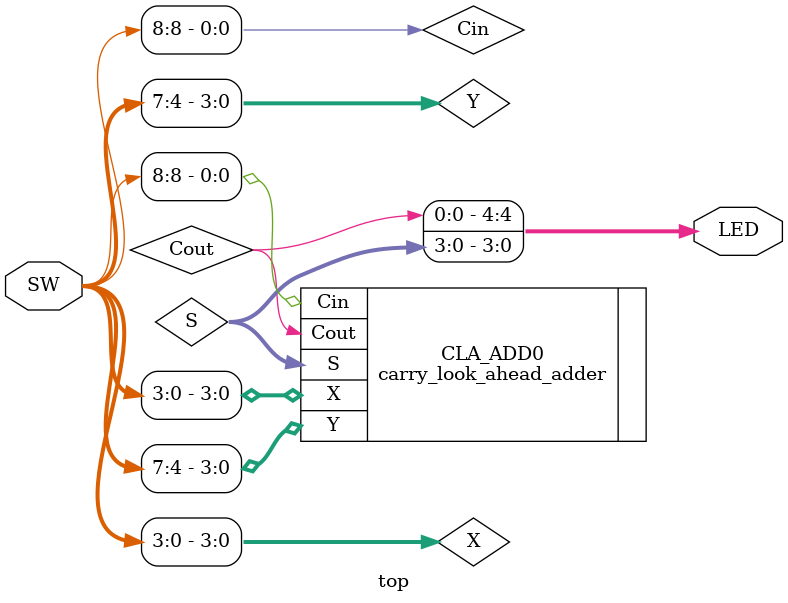
<source format=v>
(* DONT_TOUCH = "true" *)
module top(
    input  [8:0] SW,
    output [4:0] LED
);
    wire [3:0] X; // 4-bit input
    wire [3:0] Y; // 4-bit input
    wire Cin;     // 1-bit input carry in
    wire [3:0] S; // 4-bit output sum
    wire Cout;
    
    assign X   = SW[3:0];
    assign Y   = SW[7:4];
    assign Cin = SW[8];
    assign LED[3:0] = S;
    assign LED[4] = Cout;
    
    // uncomment to: instantiate 4-bits ripple-carry adder in Verilog
    //ripple_carry_adder RC_ADD0(.X(X), .Y(Y), .Cin(Cin), .S(S), .Cout(Cout));
    
    // uncomment to: instantiate 4-bits carry look-ahead adder in Verilog
    carry_look_ahead_adder CLA_ADD0(.X(X), .Y(Y), .Cin(Cin), .S(S), .Cout(Cout));
    
    
endmodule

</source>
